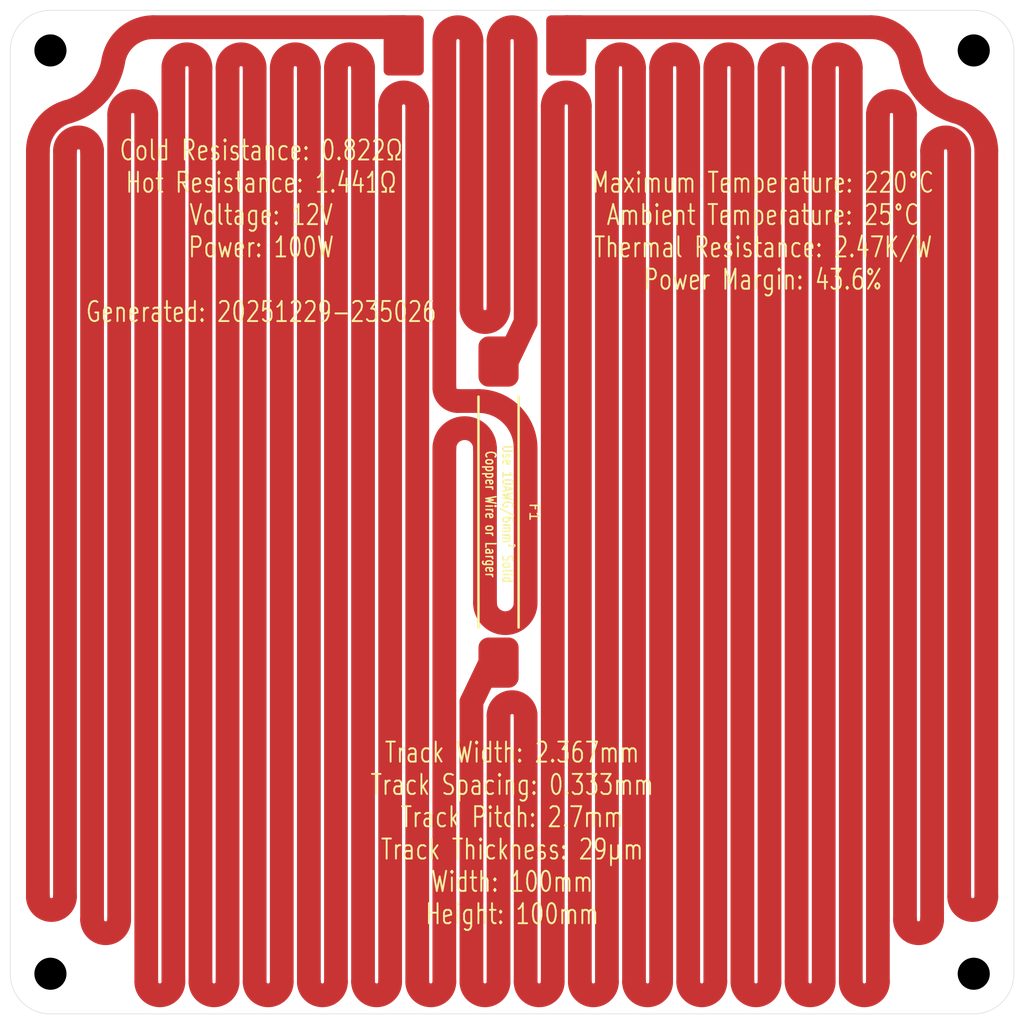
<source format=kicad_pcb>
(kicad_pcb (version 20241229) (generator "pcbnew") (generator_version "9.0")
  (layers (0 "F.Cu" signal) (2 "B.Cu" signal) (13 "F.Paste" user) (15 "B.Paste" user) (5 "F.SilkS" user "F.Silkscreen") (7 "B.SilkS" user "B.Silkscreen") (1 "F.Mask" user) (3 "B.Mask" user) (25 "Edge.Cuts" user))
  (net 0 "")
  (net 1 "Net-(J2-Pin_1)")
  (net 2 "Net-(J1-Pin_1)")
  (footprint "blg:MountingHole_3.2mm_M3_NoPad_TopLarge" (layer "F.Cu") (at 151 59)
    (property "Reference" "REF**" (hide yes))
    (property "Value" "MountingHole_3.2mm_M3_NoPad_TopLarge" (hide yes))
    (pad "" np_thru_hole circle (at 0 0) (size 7.6 7.6) (drill 3.2) (layers))
  )
  (footprint "blg:SMD_PowerConnection_4x6mm" (layer "F.Cu") (at 110.4 58.5 -90)
    (property "Reference" "J2" (hide yes))
    (property "Value" "Hotplate_Power_Connection" (hide yes))
    (pad "1" smd roundrect (at 0 0 270) (size 6 4) (layers "F.Cu" "F.Mask" "F.Paste") (roundrect_rratio 0.125) (net 1 "Net-(J2-Pin_1)"))
  )
  (footprint "blg:MountingHole_3.2mm_M3_NoPad_TopLarge" (layer "F.Cu") (at 59 151)
    (property "Reference" "REF**" (hide yes))
    (property "Value" "MountingHole_3.2mm_M3_NoPad_TopLarge" (hide yes))
    (pad "" np_thru_hole circle (at 0 0) (size 7.6 7.6) (drill 3.2) (layers))
  )
  (footprint "blg:MountingHole_3.2mm_M3_NoPad_TopLarge" (layer "F.Cu") (at 151 151)
    (property "Reference" "REF**" (hide yes))
    (property "Value" "MountingHole_3.2mm_M3_NoPad_TopLarge" (hide yes))
    (pad "" np_thru_hole circle (at 0 0) (size 7.6 7.6) (drill 3.2) (layers))
  )
  (footprint "blg:SMD_PowerConnection_4x6mm" (layer "F.Cu") (at 94.199999 58.5 -90)
    (property "Reference" "J1" (hide yes))
    (property "Value" "Hotplate_Power_Connection" (hide yes))
    (pad "1" smd roundrect (at 0 0 270) (size 6 4) (layers "F.Cu" "F.Mask" "F.Paste") (roundrect_rratio 0.125) (net 2 "Net-(J1-Pin_1)"))
  )
  (footprint "blg:Thermal Fuse, SN100C, Front, 35mm" (layer "F.Cu") (at 103.65 105 -90)
    (property "Reference" "F1" (at 0 -3.6 270) (layer "F.SilkS"))
    (property "Value" "~")
    (fp_line (start -11.5 2) (end 11.5 2) (stroke (width 0.25)) (layer "F.SilkS"))
    (fp_line (start -11.5 -2) (end 11.5 -2) (stroke (width 0.25)) (layer "F.SilkS"))
    (fp_text user "Use 10AWG/6mm  Solid" (at 0.2 -0.9 270) (layer "F.SilkS") (effects (font (size 1 0.75))))
    (fp_text user "2" (at 3.35 -1.3 270) (layer "F.SilkS") (effects (font (size 0.6 0.4) (thickness 0.1))))
    (fp_text user "Copper Wire or Larger" (at 0.2 0.8 270) (layer "F.SilkS") (effects (font (size 1 0.75))))
    (pad "1" smd roundrect (at -15 0 270) (size 5 4) (layers "F.Cu" "F.Mask") (net 2 "Net-(J1-Pin_1)"))
    (pad "2" smd roundrect (at 15 0 270) (size 5 4) (layers "F.Cu" "F.Mask") (net 1 "Net-(J2-Pin_1)"))
  )
  (footprint "blg:MountingHole_3.2mm_M3_NoPad_TopLarge" (layer "F.Cu") (at 59 59)
    (property "Reference" "REF**" (hide yes))
    (property "Value" "MountingHole_3.2mm_M3_NoPad_TopLarge" (hide yes))
    (pad "" np_thru_hole circle (at 0 0) (size 7.6 7.6) (drill 3.2) (layers))
  )
  (gr_arc (start 55 59) (mid 56.171573 56.171573) (end 59 55) (stroke (width 0.05)) (layer "Edge.Cuts"))
  (gr_line (start 155 59) (end 155 151) (stroke (width 0.05)) (layer "Edge.Cuts"))
  (gr_arc (start 59 155) (mid 56.171573 153.828427) (end 55 151) (stroke (width 0.05)) (layer "Edge.Cuts"))
  (gr_line (start 59 155) (end 151 155) (stroke (width 0.05)) (layer "Edge.Cuts"))
  (gr_line (start 55 59) (end 55 151) (stroke (width 0.05)) (layer "Edge.Cuts"))
  (gr_arc (start 155 151) (mid 153.828427 153.828427) (end 151 155) (stroke (width 0.05)) (layer "Edge.Cuts"))
  (gr_arc (start 151 55) (mid 153.828427 56.171573) (end 155 59) (stroke (width 0.05)) (layer "Edge.Cuts"))
  (gr_line (start 59 55) (end 151 55) (stroke (width 0.05)) (layer "Edge.Cuts"))
  (gr_text "Track Width: 2.367mm\nTrack Spacing: 0.333mm\nTrack Pitch: 2.7mm\nTrack Thickness: 29µm\nWidth: 100mm\nHeight: 100mm" (at 105 137 0) (layer "F.SilkS") (effects (font (size 2 1.5) (thickness 0.1875))))
  (gr_text "Maximum Temperature: 220°C\nAmbient Temperature: 25°C\nThermal Resistance: 2.47K/W\nPower Margin: 43.6%" (at 130 77 0) (layer "F.SilkS") (effects (font (size 2 1.5) (thickness 0.1875))))
  (gr_text "Cold Resistance: 0.822Ω\nHot Resistance: 1.441Ω\nVoltage: 12V\nPower: 100W\n\nGenerated: 20251229-235026" (at 80 77 0) (layer "F.SilkS") (effects (font (size 2 1.5) (thickness 0.1875))))
  (segment (start 141.45 151.799999) (end 141.45 65.396874) (width 2.366999) (layer "F.Cu") (net 1))
  (segment (start 152.25 143.300649) (end 152.25 69.015987) (width 2.366999) (layer "F.Cu") (net 1))
  (segment (start 117.149999 60.733499) (end 117.149999 151.799999) (width 2.366999) (layer "F.Cu") (net 1))
  (segment (start 100.95 123.9335) (end 100.95 151.799999) (width 2.366999) (layer "F.Cu") (net 1))
  (segment (start 140.745489 56.683499) (end 110.399999 56.683499) (width 2.366999) (layer "F.Cu") (net 1))
  (segment (start 102.8335 120) (end 103.65 120) (width 2.367) (layer "F.Cu") (net 1))
  (segment (start 130.649999 151.799999) (end 130.649999 60.733499) (width 2.366999) (layer "F.Cu") (net 1))
  (segment (start 114.45 151.799999) (end 114.45 60.733499) (width 2.366999) (layer "F.Cu") (net 1))
  (segment (start 106.35 125.283499) (end 106.35 151.799999) (width 2.366999) (layer "F.Cu") (net 1))
  (segment (start 133.35 60.733499) (end 133.35 151.799999) (width 2.366999) (layer "F.Cu") (net 1))
  (segment (start 146.85 145.611122) (end 146.85 69.015987) (width 2.366999) (layer "F.Cu") (net 1))
  (segment (start 125.25 151.799999) (end 125.25 60.733499) (width 2.366999) (layer "F.Cu") (net 1))
  (segment (start 138.749999 60.733499) (end 138.749999 151.799999) (width 2.366999) (layer "F.Cu") (net 1))
  (segment (start 122.55 60.733499) (end 122.55 151.799999) (width 2.366999) (layer "F.Cu") (net 1))
  (segment (start 110.399999 56.683499) (end 110.399999 58.5) (width 2.366999) (layer "F.Cu") (net 1))
  (segment (start 119.85 151.799999) (end 119.85 60.733499) (width 2.366999) (layer "F.Cu") (net 1))
  (segment (start 100.95 123.9335) (end 102.8335 120) (width 2.367) (layer "F.Cu") (net 1))
  (segment (start 111.749999 64.533499) (end 111.749999 151.799999) (width 2.366999) (layer "F.Cu") (net 1))
  (segment (start 149.549999 69.015987) (end 149.549999 143.300649) (width 2.366999) (layer "F.Cu") (net 1))
  (segment (start 127.949999 60.733499) (end 127.949999 151.799999) (width 2.366999) (layer "F.Cu") (net 1))
  (segment (start 136.05 151.799999) (end 136.05 60.733499) (width 2.366999) (layer "F.Cu") (net 1))
  (segment (start 109.05 151.799999) (end 109.05 64.533499) (width 2.366999) (layer "F.Cu") (net 1))
  (segment (start 144.15 65.396874) (end 144.15 145.611122) (width 2.366999) (layer "F.Cu") (net 1))
  (segment (start 103.649999 151.799999) (end 103.649999 125.283499) (width 2.366999) (layer "F.Cu") (net 1))
  (arc (start 125.25 60.733499) (mid 126.6 59.3835) (end 127.949999 60.733499) (width 2.366999) (layer "F.Cu") (net 1))
  (arc (start 114.45 60.733499) (mid 115.8 59.3835) (end 117.149999 60.733499) (width 2.366999) (layer "F.Cu") (net 1))
  (arc (start 106.35 151.799999) (mid 107.7 153.149999) (end 109.05 151.799999) (width 2.367) (layer "F.Cu") (net 1))
  (arc (start 133.35 151.799999) (mid 134.7 153.149999) (end 136.05 151.799999) (width 2.366999) (layer "F.Cu") (net 1))
  (arc (start 146.85 69.015987) (mid 148.2 67.665987) (end 149.549999 69.015987) (width 2.366999) (layer "F.Cu") (net 1))
  (arc (start 138.749999 151.799999) (mid 140.1 153.149999) (end 141.45 151.799999) (width 2.366999) (layer "F.Cu") (net 1))
  (arc (start 119.85 60.733499) (mid 121.199999 59.3835) (end 122.55 60.733499) (width 2.366999) (layer "F.Cu") (net 1))
  (arc (start 149.549999 143.300649) (mid 150.9 144.650649) (end 152.25 143.300649) (width 2.366999) (layer "F.Cu") (net 1))
  (arc (start 127.949999 151.799999) (mid 129.3 153.149999) (end 130.649999 151.799999) (width 2.366999) (layer "F.Cu") (net 1))
  (arc (start 149.290384 65.11553) (mid 146.280159 63.248011) (end 144.738832 60.058435) (width 2.367) (layer "F.Cu") (net 1))
  (arc (start 140.745489 56.683499) (mid 143.359728 57.64024) (end 144.738832 60.058435) (width 2.367) (layer "F.Cu") (net 1))
  (arc (start 109.05 64.533499) (mid 110.399999 63.1835) (end 111.749999 64.533499) (width 2.366999) (layer "F.Cu") (net 1))
  (arc (start 141.45 65.396874) (mid 142.799999 64.046874) (end 144.15 65.396874) (width 2.366999) (layer "F.Cu") (net 1))
  (arc (start 100.95 151.799999) (mid 102.3 153.149999) (end 103.649999 151.799999) (width 2.366999) (layer "F.Cu") (net 1))
  (arc (start 103.649999 125.283499) (mid 105 123.9335) (end 106.35 125.283499) (width 2.366999) (layer "F.Cu") (net 1))
  (arc (start 136.05 60.733499) (mid 137.4 59.3835) (end 138.749999 60.733499) (width 2.366999) (layer "F.Cu") (net 1))
  (arc (start 130.649999 60.733499) (mid 132 59.3835) (end 133.35 60.733499) (width 2.366999) (layer "F.Cu") (net 1))
  (arc (start 117.149999 151.799999) (mid 118.5 153.149999) (end 119.85 151.799999) (width 2.366999) (layer "F.Cu") (net 1))
  (arc (start 144.15 145.611122) (mid 145.5 146.961122) (end 146.85 145.611122) (width 2.366999) (layer "F.Cu") (net 1))
  (arc (start 122.55 151.799999) (mid 123.899999 153.149999) (end 125.25 151.799999) (width 2.366999) (layer "F.Cu") (net 1))
  (arc (start 111.749999 151.799999) (mid 113.1 153.149999) (end 114.45 151.799999) (width 2.366999) (layer "F.Cu") (net 1))
  (arc (start 152.25 69.015987) (mid 151.04468 66.133229) (end 149.290384 65.11553) (width 2.367) (layer "F.Cu") (net 1))
  (segment (start 68.55 151.799999) (end 68.55 65.396874) (width 2.366999) (layer "F.Cu") (net 2))
  (segment (start 57.749999 143.300649) (end 57.749999 69.015987) (width 2.366999) (layer "F.Cu") (net 2))
  (segment (start 106.35 98.658499) (end 106.35 114.041499) (width 2.366999) (layer "F.Cu") (net 2))
  (segment (start 79.35 151.799999) (end 79.35 60.733499) (width 2.366999) (layer "F.Cu") (net 2))
  (segment (start 90.149999 151.799999) (end 90.149999 60.733499) (width 2.366999) (layer "F.Cu") (net 2))
  (segment (start 106.35 86.0665) (end 104.4665 90) (width 2.367) (layer "F.Cu") (net 2))
  (segment (start 87.45 60.733499) (end 87.45 151.799999) (width 2.366999) (layer "F.Cu") (net 2))
  (segment (start 104.4665 90) (end 103.65 90) (width 2.367) (layer "F.Cu") (net 2))
  (segment (start 100.95 84.7165) (end 100.95 58.0335) (width 2.366999) (layer "F.Cu") (net 2))
  (segment (start 84.749999 151.799999) (end 84.749999 60.733499) (width 2.366999) (layer "F.Cu") (net 2))
  (segment (start 98.249999 58.0335) (end 98.249999 92.583499) (width 2.366999) (layer "F.Cu") (net 2))
  (segment (start 102.3 114.041499) (end 102.3 98.658499) (width 2.366999) (layer "F.Cu") (net 2))
  (segment (start 73.95 151.799999) (end 73.95 60.733499) (width 2.366999) (layer "F.Cu") (net 2))
  (segment (start 99.6 93.9335) (end 101.625 93.9335) (width 2.367) (layer "F.Cu") (net 2))
  (segment (start 95.55 151.799999) (end 95.55 64.533499) (width 2.366999) (layer "F.Cu") (net 2))
  (segment (start 98.249999 98.658499) (end 98.249999 151.799999) (width 2.366999) (layer "F.Cu") (net 2))
  (segment (start 69.25451 56.683499) (end 94.199999 56.683499) (width 2.366999) (layer "F.Cu") (net 2))
  (segment (start 65.849999 65.396874) (end 65.849999 145.611122) (width 2.366999) (layer "F.Cu") (net 2))
  (segment (start 60.449999 69.015987) (end 60.449999 143.300649) (width 2.366999) (layer "F.Cu") (net 2))
  (segment (start 92.85 64.533499) (end 92.85 151.799999) (width 2.366999) (layer "F.Cu") (net 2))
  (segment (start 63.15 145.611122) (end 63.15 69.015987) (width 2.366999) (layer "F.Cu") (net 2))
  (segment (start 76.649999 60.733499) (end 76.649999 151.799999) (width 2.366999) (layer "F.Cu") (net 2))
  (segment (start 103.649999 58.0335) (end 103.649999 84.7165) (width 2.366999) (layer "F.Cu") (net 2))
  (segment (start 94.199999 56.683499) (end 94.199999 58.5) (width 2.366999) (layer "F.Cu") (net 2))
  (segment (start 82.05 60.733499) (end 82.05 151.799999) (width 2.366999) (layer "F.Cu") (net 2))
  (segment (start 106.35 86.0665) (end 106.35 58.0335) (width 2.366999) (layer "F.Cu") (net 2))
  (segment (start 71.25 60.733499) (end 71.25 151.799999) (width 2.366999) (layer "F.Cu") (net 2))
  (arc (start 99.6 93.9335) (mid 98.645405 93.538094) (end 98.249999 92.583499) (width 2.367) (layer "F.Cu") (net 2))
  (arc (start 95.55 64.533499) (mid 94.199999 63.1835) (end 92.85 64.533499) (width 2.366999) (layer "F.Cu") (net 2))
  (arc (start 87.45 151.799999) (mid 86.1 153.149999) (end 84.749999 151.799999) (width 2.366999) (layer "F.Cu") (net 2))
  (arc (start 90.149999 60.733499) (mid 88.799999 59.3835) (end 87.45 60.733499) (width 2.366999) (layer "F.Cu") (net 2))
  (arc (start 106.35 114.041499) (mid 104.325 116.066499) (end 102.3 114.041499) (width 2.366999) (layer "F.Cu") (net 2))
  (arc (start 60.709615 65.11553) (mid 63.71984 63.248011) (end 65.261167 60.058435) (width 2.367) (layer "F.Cu") (net 2))
  (arc (start 102.3 98.658499) (mid 100.274999 96.6335) (end 98.249999 98.658499) (width 2.366999) (layer "F.Cu") (net 2))
  (arc (start 69.25451 56.683499) (mid 66.640271 57.64024) (end 65.261167 60.058435) (width 2.367) (layer "F.Cu") (net 2))
  (arc (start 103.649999 84.7165) (mid 102.3 86.066499) (end 100.95 84.7165) (width 2.366999) (layer "F.Cu") (net 2))
  (arc (start 76.649999 151.799999) (mid 75.3 153.149999) (end 73.95 151.799999) (width 2.366999) (layer "F.Cu") (net 2))
  (arc (start 92.85 151.799999) (mid 91.5 153.149999) (end 90.149999 151.799999) (width 2.366999) (layer "F.Cu") (net 2))
  (arc (start 60.449999 143.300649) (mid 59.1 144.650649) (end 57.749999 143.300649) (width 2.366999) (layer "F.Cu") (net 2))
  (arc (start 98.249999 151.799999) (mid 96.9 153.149999) (end 95.55 151.799999) (width 2.366999) (layer "F.Cu") (net 2))
  (arc (start 65.849999 145.611122) (mid 64.5 146.961122) (end 63.15 145.611122) (width 2.366999) (layer "F.Cu") (net 2))
  (arc (start 101.625 93.9335) (mid 104.966079 95.31742) (end 106.35 98.658499) (width 2.367) (layer "F.Cu") (net 2))
  (arc (start 71.25 151.799999) (mid 69.899999 153.149999) (end 68.55 151.799999) (width 2.366999) (layer "F.Cu") (net 2))
  (arc (start 100.95 58.0335) (mid 99.6 56.683499) (end 98.25 58.0335) (width 2.367) (layer "F.Cu") (net 2))
  (arc (start 57.749999 69.015987) (mid 58.955319 66.133229) (end 60.709615 65.11553) (width 2.367) (layer "F.Cu") (net 2))
  (arc (start 63.15 69.015987) (mid 61.8 67.665987) (end 60.449999 69.015987) (width 2.366999) (layer "F.Cu") (net 2))
  (arc (start 79.35 60.733499) (mid 78 59.3835) (end 76.649999 60.733499) (width 2.366999) (layer "F.Cu") (net 2))
  (arc (start 73.95 60.733499) (mid 72.6 59.3835) (end 71.25 60.733499) (width 2.366999) (layer "F.Cu") (net 2))
  (arc (start 82.05 151.799999) (mid 80.699999 153.149999) (end 79.35 151.799999) (width 2.366999) (layer "F.Cu") (net 2))
  (arc (start 84.749999 60.733499) (mid 83.4 59.3835) (end 82.05 60.733499) (width 2.366999) (layer "F.Cu") (net 2))
  (arc (start 106.35 58.0335) (mid 105 56.683499) (end 103.649999 58.0335) (width 2.366999) (layer "F.Cu") (net 2))
  (arc (start 68.55 65.396874) (mid 67.2 64.046874) (end 65.849999 65.396874) (width 2.366999) (layer "F.Cu") (net 2))
)
</source>
